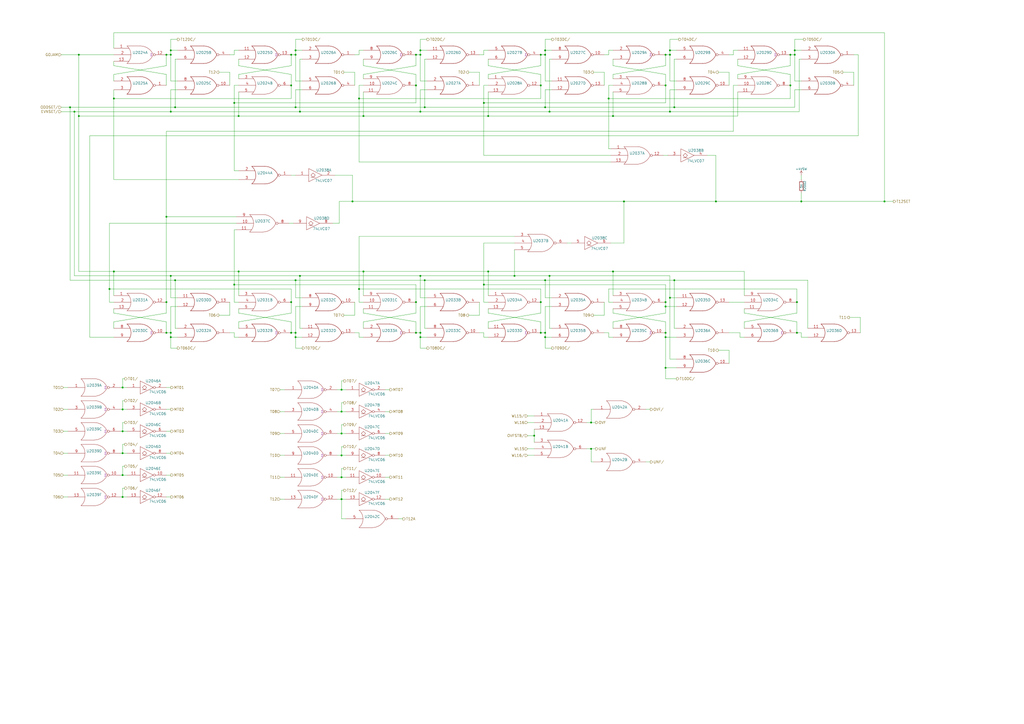
<source format=kicad_sch>
(kicad_sch (version 20211123) (generator eeschema)
  (paper "A2")
  (junction (at 386.08 31.75))
  (junction (at 96.52 31.75))
  (junction (at 386.08 175.26))
  (junction (at 171.45 31.75))
  (junction (at 71.12 250.19))
  (junction (at 353.06 57.15))
  (junction (at 96.52 125.73))
  (junction (at 462.28 175.26))
  (junction (at 386.08 177.8))
  (junction (at 313.69 193.04))
  (junction (at 316.23 195.58))
  (junction (at 45.72 67.31))
  (junction (at 386.08 193.04))
  (junction (at 513.08 116.84))
  (junction (at 198.12 251.46))
  (junction (at 280.67 165.1))
  (junction (at 313.69 175.26))
  (junction (at 45.72 31.75))
  (junction (at 99.06 195.58))
  (junction (at 243.84 160.02))
  (junction (at 168.91 49.53))
  (junction (at 316.23 31.75))
  (junction (at 71.12 262.89))
  (junction (at 243.84 29.21))
  (junction (at 318.77 160.02))
  (junction (at 241.3 193.04))
  (junction (at 71.12 288.29))
  (junction (at 71.12 237.49))
  (junction (at 361.95 116.84))
  (junction (at 66.04 157.48))
  (junction (at 210.82 67.31))
  (junction (at 464.82 116.84))
  (junction (at 391.16 162.56))
  (junction (at 388.62 31.75))
  (junction (at 168.91 31.75))
  (junction (at 316.23 29.21))
  (junction (at 173.99 64.77))
  (junction (at 280.67 59.69))
  (junction (at 313.69 49.53))
  (junction (at 283.21 67.31))
  (junction (at 71.12 224.79))
  (junction (at 355.6 157.48))
  (junction (at 171.45 195.58))
  (junction (at 241.3 49.53))
  (junction (at 342.9 260.35))
  (junction (at 309.88 252.73))
  (junction (at 138.43 67.31))
  (junction (at 246.38 62.23))
  (junction (at 198.12 238.76))
  (junction (at 388.62 64.77))
  (junction (at 99.06 64.77))
  (junction (at 173.99 160.02))
  (junction (at 168.91 193.04))
  (junction (at 71.12 275.59))
  (junction (at 462.28 193.04))
  (junction (at 210.82 157.48))
  (junction (at 208.28 57.15))
  (junction (at 198.12 226.06))
  (junction (at 461.01 29.21))
  (junction (at 246.38 162.56))
  (junction (at 386.08 213.36))
  (junction (at 316.23 62.23))
  (junction (at 386.08 49.53))
  (junction (at 171.45 162.56))
  (junction (at 342.9 245.11))
  (junction (at 283.21 157.48))
  (junction (at 355.6 67.31))
  (junction (at 135.89 59.69))
  (junction (at 415.29 116.84))
  (junction (at 63.5 167.64))
  (junction (at 208.28 167.64))
  (junction (at 96.52 175.26))
  (junction (at 241.3 175.26))
  (junction (at 458.47 49.53))
  (junction (at 168.91 175.26))
  (junction (at 243.84 195.58))
  (junction (at 298.45 160.02))
  (junction (at 101.6 162.56))
  (junction (at 171.45 193.04))
  (junction (at 40.64 62.23))
  (junction (at 101.6 62.23))
  (junction (at 99.06 29.21))
  (junction (at 138.43 157.48))
  (junction (at 171.45 29.21))
  (junction (at 458.47 31.75))
  (junction (at 386.08 195.58))
  (junction (at 43.18 64.77))
  (junction (at 313.69 31.75))
  (junction (at 243.84 193.04))
  (junction (at 99.06 31.75))
  (junction (at 99.06 160.02))
  (junction (at 99.06 193.04))
  (junction (at 461.01 31.75))
  (junction (at 391.16 62.23))
  (junction (at 316.23 162.56))
  (junction (at 198.12 276.86))
  (junction (at 171.45 62.23))
  (junction (at 388.62 29.21))
  (junction (at 243.84 31.75))
  (junction (at 66.04 57.15))
  (junction (at 204.47 116.84))
  (junction (at 96.52 193.04))
  (junction (at 135.89 165.1))
  (junction (at 241.3 31.75))
  (junction (at 243.84 64.77))
  (junction (at 198.12 264.16))
  (junction (at 318.77 64.77))
  (junction (at 316.23 193.04))
  (junction (at 388.62 172.72))
  (junction (at 198.12 289.56))
  (wire (pts (xy 361.95 140.97) (xy 361.95 116.84)))
  (wire (pts (xy 101.6 162.56) (xy 171.45 162.56)))
  (wire (pts (xy 198.12 289.56) (xy 198.12 300.99)))
  (wire (pts (xy 196.85 129.54) (xy 196.85 116.84)))
  (wire (pts (xy 246.38 190.5) (xy 247.65 190.5)))
  (wire (pts (xy 69.85 224.79) (xy 71.12 224.79)))
  (wire (pts (xy 205.74 193.04) (xy 208.28 193.04)))
  (wire (pts (xy 309.88 245.11) (xy 306.07 245.11)))
  (wire (pts (xy 374.65 237.49) (xy 377.19 237.49)))
  (wire (pts (xy 135.89 193.04) (xy 135.89 195.58)))
  (wire (pts (xy 386.08 177.8) (xy 392.43 177.8)))
  (wire (pts (xy 133.35 41.91) (xy 127 41.91)))
  (wire (pts (xy 283.21 38.1) (xy 283.21 34.29)))
  (wire (pts (xy 99.06 172.72) (xy 102.87 172.72)))
  (wire (pts (xy 283.21 67.31) (xy 283.21 53.34)))
  (wire (pts (xy 280.67 193.04) (xy 280.67 195.58)))
  (wire (pts (xy 280.67 195.58) (xy 283.21 195.58)))
  (wire (pts (xy 135.89 165.1) (xy 135.89 175.26)))
  (wire (pts (xy 388.62 22.86) (xy 388.62 29.21)))
  (wire (pts (xy 283.21 67.31) (xy 355.6 67.31)))
  (wire (pts (xy 425.45 29.21) (xy 427.99 29.21)))
  (wire (pts (xy 316.23 31.75) (xy 313.69 31.75)))
  (wire (pts (xy 168.91 43.18) (xy 138.43 38.1)))
  (wire (pts (xy 342.9 245.11) (xy 345.44 245.11)))
  (wire (pts (xy 354.33 140.97) (xy 361.95 140.97)))
  (wire (pts (xy 71.12 245.11) (xy 71.12 250.19)))
  (wire (pts (xy 243.84 64.77) (xy 173.99 64.77)))
  (wire (pts (xy 278.13 193.04) (xy 280.67 193.04)))
  (wire (pts (xy 280.67 165.1) (xy 280.67 175.26)))
  (wire (pts (xy 384.81 90.17) (xy 387.35 90.17)))
  (wire (pts (xy 246.38 62.23) (xy 171.45 62.23)))
  (wire (pts (xy 168.91 38.1) (xy 138.43 43.18)))
  (wire (pts (xy 313.69 43.18) (xy 313.69 49.53)))
  (wire (pts (xy 388.62 160.02) (xy 388.62 172.72)))
  (wire (pts (xy 391.16 190.5) (xy 392.43 190.5)))
  (wire (pts (xy 36.83 250.19) (xy 39.37 250.19)))
  (wire (pts (xy 210.82 181.61) (xy 210.82 179.07)))
  (wire (pts (xy 198.12 226.06) (xy 200.66 226.06)))
  (wire (pts (xy 66.04 181.61) (xy 66.04 179.07)))
  (wire (pts (xy 138.43 186.69) (xy 138.43 190.5)))
  (wire (pts (xy 241.3 175.26) (xy 241.3 181.61)))
  (wire (pts (xy 36.83 237.49) (xy 39.37 237.49)))
  (wire (pts (xy 96.52 125.73) (xy 96.52 175.26)))
  (wire (pts (xy 427.99 67.31) (xy 427.99 53.34)))
  (wire (pts (xy 350.52 31.75) (xy 353.06 31.75)))
  (wire (pts (xy 99.06 31.75) (xy 99.06 46.99)))
  (wire (pts (xy 283.21 157.48) (xy 355.6 157.48)))
  (wire (pts (xy 71.12 275.59) (xy 73.66 275.59)))
  (wire (pts (xy 133.35 31.75) (xy 135.89 31.75)))
  (wire (pts (xy 342.9 260.35) (xy 345.44 260.35)))
  (wire (pts (xy 461.01 22.86) (xy 461.01 29.21)))
  (wire (pts (xy 63.5 167.64) (xy 168.91 167.64)))
  (wire (pts (xy 223.52 264.16) (xy 226.06 264.16)))
  (wire (pts (xy 101.6 190.5) (xy 101.6 162.56)))
  (wire (pts (xy 138.43 43.18) (xy 138.43 45.72)))
  (wire (pts (xy 96.52 186.69) (xy 66.04 181.61)))
  (wire (pts (xy 171.45 195.58) (xy 175.26 195.58)))
  (wire (pts (xy 168.91 181.61) (xy 138.43 186.69)))
  (wire (pts (xy 72.39 219.71) (xy 71.12 219.71)))
  (wire (pts (xy 99.06 29.21) (xy 99.06 31.75)))
  (wire (pts (xy 208.28 195.58) (xy 210.82 195.58)))
  (wire (pts (xy 99.06 29.21) (xy 102.87 29.21)))
  (wire (pts (xy 499.11 184.15) (xy 492.76 184.15)))
  (wire (pts (xy 96.52 237.49) (xy 99.06 237.49)))
  (wire (pts (xy 66.04 57.15) (xy 66.04 104.14)))
  (wire (pts (xy 195.58 264.16) (xy 198.12 264.16)))
  (wire (pts (xy 195.58 289.56) (xy 198.12 289.56)))
  (wire (pts (xy 241.3 31.75) (xy 241.3 38.1)))
  (wire (pts (xy 280.67 90.17) (xy 354.33 90.17)))
  (wire (pts (xy 355.6 157.48) (xy 355.6 171.45)))
  (wire (pts (xy 52.07 78.74) (xy 52.07 195.58)))
  (wire (pts (xy 138.43 53.34) (xy 138.43 67.31)))
  (wire (pts (xy 497.84 78.74) (xy 52.07 78.74)))
  (wire (pts (xy 280.67 175.26) (xy 283.21 175.26)))
  (wire (pts (xy 223.52 226.06) (xy 226.06 226.06)))
  (wire (pts (xy 458.47 57.15) (xy 353.06 57.15)))
  (wire (pts (xy 137.16 133.35) (xy 135.89 133.35)))
  (wire (pts (xy 316.23 195.58) (xy 316.23 201.93)))
  (wire (pts (xy 36.83 224.79) (xy 39.37 224.79)))
  (wire (pts (xy 386.08 31.75) (xy 386.08 38.1)))
  (wire (pts (xy 171.45 52.07) (xy 171.45 62.23)))
  (wire (pts (xy 458.47 31.75) (xy 458.47 38.1)))
  (wire (pts (xy 210.82 157.48) (xy 283.21 157.48)))
  (wire (pts (xy 313.69 193.04) (xy 313.69 186.69)))
  (wire (pts (xy 72.39 232.41) (xy 71.12 232.41)))
  (wire (pts (xy 223.52 276.86) (xy 226.06 276.86)))
  (wire (pts (xy 162.56 289.56) (xy 165.1 289.56)))
  (wire (pts (xy 96.52 275.59) (xy 99.06 275.59)))
  (wire (pts (xy 196.85 116.84) (xy 204.47 116.84)))
  (wire (pts (xy 162.56 226.06) (xy 165.1 226.06)))
  (wire (pts (xy 422.91 41.91) (xy 416.56 41.91)))
  (wire (pts (xy 173.99 190.5) (xy 173.99 160.02)))
  (wire (pts (xy 320.04 34.29) (xy 318.77 34.29)))
  (wire (pts (xy 210.82 186.69) (xy 210.82 190.5)))
  (wire (pts (xy 195.58 276.86) (xy 198.12 276.86)))
  (wire (pts (xy 96.52 250.19) (xy 99.06 250.19)))
  (wire (pts (xy 513.08 116.84) (xy 518.16 116.84)))
  (wire (pts (xy 71.12 232.41) (xy 71.12 237.49)))
  (wire (pts (xy 316.23 172.72) (xy 316.23 162.56)))
  (wire (pts (xy 355.6 181.61) (xy 355.6 179.07)))
  (wire (pts (xy 458.47 43.18) (xy 427.99 38.1)))
  (wire (pts (xy 283.21 171.45) (xy 283.21 157.48)))
  (wire (pts (xy 463.55 34.29) (xy 463.55 64.77)))
  (wire (pts (xy 241.3 43.18) (xy 210.82 38.1)))
  (wire (pts (xy 247.65 34.29) (xy 246.38 34.29)))
  (wire (pts (xy 431.8 186.69) (xy 431.8 190.5)))
  (wire (pts (xy 208.28 193.04) (xy 208.28 195.58)))
  (wire (pts (xy 386.08 219.71) (xy 392.43 219.71)))
  (wire (pts (xy 313.69 181.61) (xy 283.21 186.69)))
  (wire (pts (xy 340.36 260.35) (xy 342.9 260.35)))
  (wire (pts (xy 96.52 76.2) (xy 96.52 125.73)))
  (wire (pts (xy 313.69 57.15) (xy 208.28 57.15)))
  (wire (pts (xy 386.08 213.36) (xy 386.08 219.71)))
  (wire (pts (xy 198.12 284.48) (xy 198.12 289.56)))
  (wire (pts (xy 464.82 104.14) (xy 464.82 101.6)))
  (wire (pts (xy 210.82 67.31) (xy 210.82 53.34)))
  (wire (pts (xy 210.82 43.18) (xy 210.82 45.72)))
  (wire (pts (xy 102.87 52.07) (xy 99.06 52.07)))
  (wire (pts (xy 71.12 283.21) (xy 71.12 288.29)))
  (wire (pts (xy 223.52 238.76) (xy 226.06 238.76)))
  (wire (pts (xy 388.62 29.21) (xy 392.43 29.21)))
  (wire (pts (xy 99.06 52.07) (xy 99.06 64.77)))
  (wire (pts (xy 316.23 22.86) (xy 316.23 29.21)))
  (wire (pts (xy 241.3 59.69) (xy 135.89 59.69)))
  (wire (pts (xy 388.62 31.75) (xy 388.62 46.99)))
  (wire (pts (xy 171.45 29.21) (xy 175.26 29.21)))
  (wire (pts (xy 99.06 46.99) (xy 102.87 46.99)))
  (wire (pts (xy 342.9 267.97) (xy 342.9 260.35)))
  (wire (pts (xy 66.04 19.05) (xy 66.04 27.94)))
  (wire (pts (xy 458.47 38.1) (xy 427.99 43.18)))
  (wire (pts (xy 415.29 90.17) (xy 410.21 90.17)))
  (wire (pts (xy 355.6 67.31) (xy 355.6 53.34)))
  (wire (pts (xy 71.12 262.89) (xy 73.66 262.89)))
  (wire (pts (xy 422.91 31.75) (xy 425.45 31.75)))
  (wire (pts (xy 66.04 43.18) (xy 66.04 46.99)))
  (wire (pts (xy 69.85 237.49) (xy 71.12 237.49)))
  (wire (pts (xy 69.85 262.89) (xy 71.12 262.89)))
  (wire (pts (xy 210.82 49.53) (xy 208.28 49.53)))
  (wire (pts (xy 243.84 195.58) (xy 243.84 201.93)))
  (wire (pts (xy 462.28 181.61) (xy 431.8 186.69)))
  (wire (pts (xy 208.28 49.53) (xy 208.28 57.15)))
  (wire (pts (xy 96.52 193.04) (xy 99.06 193.04)))
  (wire (pts (xy 223.52 289.56) (xy 226.06 289.56)))
  (wire (pts (xy 429.26 195.58) (xy 431.8 195.58)))
  (wire (pts (xy 208.28 31.75) (xy 208.28 29.21)))
  (wire (pts (xy 431.8 157.48) (xy 431.8 171.45)))
  (wire (pts (xy 171.45 162.56) (xy 246.38 162.56)))
  (wire (pts (xy 427.99 43.18) (xy 427.99 45.72)))
  (wire (pts (xy 353.06 31.75) (xy 353.06 29.21)))
  (wire (pts (xy 461.01 52.07) (xy 461.01 62.23)))
  (wire (pts (xy 45.72 67.31) (xy 138.43 67.31)))
  (wire (pts (xy 99.06 195.58) (xy 102.87 195.58)))
  (wire (pts (xy 45.72 157.48) (xy 66.04 157.48)))
  (wire (pts (xy 63.5 129.54) (xy 137.16 129.54)))
  (wire (pts (xy 135.89 165.1) (xy 241.3 165.1)))
  (wire (pts (xy 241.3 186.69) (xy 210.82 181.61)))
  (wire (pts (xy 135.89 49.53) (xy 135.89 59.69)))
  (wire (pts (xy 171.45 46.99) (xy 175.26 46.99)))
  (wire (pts (xy 205.74 49.53) (xy 205.74 41.91)))
  (wire (pts (xy 386.08 181.61) (xy 355.6 186.69)))
  (wire (pts (xy 171.45 177.8) (xy 171.45 193.04)))
  (wire (pts (xy 231.14 300.99) (xy 233.68 300.99)))
  (wire (pts (xy 40.64 162.56) (xy 40.64 62.23)))
  (wire (pts (xy 162.56 264.16) (xy 165.1 264.16)))
  (wire (pts (xy 355.6 175.26) (xy 353.06 175.26)))
  (wire (pts (xy 464.82 52.07) (xy 461.01 52.07)))
  (wire (pts (xy 96.52 43.18) (xy 66.04 38.1)))
  (wire (pts (xy 171.45 31.75) (xy 168.91 31.75)))
  (wire (pts (xy 309.88 252.73) (xy 306.07 252.73)))
  (wire (pts (xy 199.39 220.98) (xy 198.12 220.98)))
  (wire (pts (xy 298.45 137.16) (xy 208.28 137.16)))
  (wire (pts (xy 458.47 49.53) (xy 458.47 57.15)))
  (wire (pts (xy 171.45 172.72) (xy 175.26 172.72)))
  (wire (pts (xy 316.23 193.04) (xy 316.23 195.58)))
  (wire (pts (xy 463.55 64.77) (xy 388.62 64.77)))
  (wire (pts (xy 386.08 193.04) (xy 386.08 195.58)))
  (wire (pts (xy 208.28 137.16) (xy 208.28 167.64)))
  (wire (pts (xy 353.06 175.26) (xy 353.06 167.64)))
  (wire (pts (xy 388.62 31.75) (xy 386.08 31.75)))
  (wire (pts (xy 388.62 172.72) (xy 388.62 208.28)))
  (wire (pts (xy 96.52 224.79) (xy 99.06 224.79)))
  (wire (pts (xy 342.9 237.49) (xy 342.9 245.11)))
  (wire (pts (xy 138.43 157.48) (xy 210.82 157.48)))
  (wire (pts (xy 99.06 160.02) (xy 173.99 160.02)))
  (wire (pts (xy 198.12 264.16) (xy 200.66 264.16)))
  (wire (pts (xy 328.93 140.97) (xy 331.47 140.97)))
  (wire (pts (xy 204.47 101.6) (xy 204.47 116.84)))
  (wire (pts (xy 425.45 31.75) (xy 425.45 29.21)))
  (wire (pts (xy 71.12 270.51) (xy 71.12 275.59)))
  (wire (pts (xy 199.39 233.68) (xy 198.12 233.68)))
  (wire (pts (xy 355.6 157.48) (xy 431.8 157.48)))
  (wire (pts (xy 168.91 193.04) (xy 168.91 186.69)))
  (wire (pts (xy 133.35 182.88) (xy 127 182.88)))
  (wire (pts (xy 316.23 29.21) (xy 320.04 29.21)))
  (wire (pts (xy 36.83 288.29) (xy 39.37 288.29)))
  (wire (pts (xy 280.67 29.21) (xy 283.21 29.21)))
  (wire (pts (xy 198.12 271.78) (xy 198.12 276.86)))
  (wire (pts (xy 135.89 195.58) (xy 138.43 195.58)))
  (wire (pts (xy 168.91 186.69) (xy 138.43 181.61)))
  (wire (pts (xy 280.67 165.1) (xy 386.08 165.1)))
  (wire (pts (xy 497.84 31.75) (xy 497.84 78.74)))
  (wire (pts (xy 316.23 52.07) (xy 316.23 62.23)))
  (wire (pts (xy 241.3 43.18) (xy 241.3 49.53)))
  (wire (pts (xy 280.67 59.69) (xy 280.67 90.17)))
  (wire (pts (xy 162.56 276.86) (xy 165.1 276.86)))
  (wire (pts (xy 388.62 52.07) (xy 388.62 64.77)))
  (wire (pts (xy 173.99 34.29) (xy 173.99 64.77)))
  (wire (pts (xy 63.5 167.64) (xy 63.5 175.26)))
  (wire (pts (xy 43.18 64.77) (xy 35.56 64.77)))
  (wire (pts (xy 386.08 213.36) (xy 392.43 213.36)))
  (wire (pts (xy 513.08 19.05) (xy 66.04 19.05)))
  (wire (pts (xy 96.52 262.89) (xy 99.06 262.89)))
  (wire (pts (xy 99.06 172.72) (xy 99.06 160.02)))
  (wire (pts (xy 461.01 46.99) (xy 464.82 46.99)))
  (wire (pts (xy 243.84 31.75) (xy 241.3 31.75)))
  (wire (pts (xy 71.12 250.19) (xy 73.66 250.19)))
  (wire (pts (xy 171.45 22.86) (xy 171.45 29.21)))
  (wire (pts (xy 99.06 31.75) (xy 96.52 31.75)))
  (wire (pts (xy 309.88 248.92) (xy 309.88 252.73)))
  (wire (pts (xy 386.08 186.69) (xy 355.6 181.61)))
  (wire (pts (xy 171.45 62.23) (xy 101.6 62.23)))
  (wire (pts (xy 133.35 193.04) (xy 135.89 193.04)))
  (wire (pts (xy 171.45 195.58) (xy 171.45 201.93)))
  (wire (pts (xy 198.12 289.56) (xy 200.66 289.56)))
  (wire (pts (xy 101.6 190.5) (xy 102.87 190.5)))
  (wire (pts (xy 355.6 186.69) (xy 355.6 190.5)))
  (wire (pts (xy 386.08 195.58) (xy 386.08 213.36)))
  (wire (pts (xy 99.06 22.86) (xy 99.06 29.21)))
  (wire (pts (xy 464.82 193.04) (xy 464.82 195.58)))
  (wire (pts (xy 205.74 41.91) (xy 199.39 41.91)))
  (wire (pts (xy 280.67 49.53) (xy 280.67 59.69)))
  (wire (pts (xy 99.06 195.58) (xy 99.06 201.93)))
  (wire (pts (xy 137.16 125.73) (xy 96.52 125.73)))
  (wire (pts (xy 43.18 160.02) (xy 99.06 160.02)))
  (wire (pts (xy 205.74 31.75) (xy 208.28 31.75)))
  (wire (pts (xy 167.64 129.54) (xy 170.18 129.54)))
  (wire (pts (xy 320.04 22.86) (xy 316.23 22.86)))
  (wire (pts (xy 69.85 275.59) (xy 71.12 275.59)))
  (wire (pts (xy 306.07 241.3) (xy 309.88 241.3)))
  (wire (pts (xy 205.74 182.88) (xy 199.39 182.88)))
  (wire (pts (xy 168.91 49.53) (xy 168.91 57.15)))
  (wire (pts (xy 316.23 29.21) (xy 316.23 31.75)))
  (wire (pts (xy 309.88 252.73) (xy 309.88 256.54)))
  (wire (pts (xy 243.84 177.8) (xy 247.65 177.8)))
  (wire (pts (xy 280.67 140.97) (xy 280.67 165.1)))
  (wire (pts (xy 313.69 49.53) (xy 313.69 57.15)))
  (wire (pts (xy 96.52 31.75) (xy 96.52 38.1)))
  (wire (pts (xy 66.04 38.1) (xy 66.04 35.56)))
  (wire (pts (xy 425.45 76.2) (xy 96.52 76.2)))
  (wire (pts (xy 306.07 264.16) (xy 309.88 264.16)))
  (wire (pts (xy 72.39 270.51) (xy 71.12 270.51)))
  (wire (pts (xy 425.45 49.53) (xy 425.45 76.2)))
  (wire (pts (xy 138.43 67.31) (xy 210.82 67.31)))
  (wire (pts (xy 318.77 190.5) (xy 320.04 190.5)))
  (wire (pts (xy 247.65 52.07) (xy 243.84 52.07)))
  (wire (pts (xy 241.3 193.04) (xy 243.84 193.04)))
  (wire (pts (xy 340.36 245.11) (xy 342.9 245.11)))
  (wire (pts (xy 168.91 175.26) (xy 168.91 181.61)))
  (wire (pts (xy 316.23 201.93) (xy 320.04 201.93)))
  (wire (pts (xy 313.69 43.18) (xy 283.21 38.1)))
  (wire (pts (xy 101.6 34.29) (xy 101.6 62.23)))
  (wire (pts (xy 45.72 31.75) (xy 66.04 31.75)))
  (wire (pts (xy 99.06 177.8) (xy 99.06 193.04)))
  (wire (pts (xy 135.89 99.06) (xy 138.43 99.06)))
  (wire (pts (xy 243.84 201.93) (xy 247.65 201.93)))
  (wire (pts (xy 355.6 38.1) (xy 355.6 34.29)))
  (wire (pts (xy 393.7 22.86) (xy 388.62 22.86)))
  (wire (pts (xy 246.38 162.56) (xy 316.23 162.56)))
  (wire (pts (xy 392.43 52.07) (xy 388.62 52.07)))
  (wire (pts (xy 199.39 246.38) (xy 198.12 246.38)))
  (wire (pts (xy 71.12 224.79) (xy 73.66 224.79)))
  (wire (pts (xy 386.08 59.69) (xy 280.67 59.69)))
  (wire (pts (xy 313.69 167.64) (xy 313.69 175.26)))
  (wire (pts (xy 243.84 177.8) (xy 243.84 193.04)))
  (wire (pts (xy 422.91 49.53) (xy 422.91 41.91)))
  (wire (pts (xy 386.08 175.26) (xy 386.08 177.8)))
  (wire (pts (xy 171.45 172.72) (xy 171.45 162.56)))
  (wire (pts (xy 318.77 190.5) (xy 318.77 160.02)))
  (wire (pts (xy 355.6 49.53) (xy 353.06 49.53)))
  (wire (pts (xy 99.06 177.8) (xy 102.87 177.8)))
  (wire (pts (xy 427.99 38.1) (xy 427.99 34.29)))
  (wire (pts (xy 162.56 238.76) (xy 165.1 238.76)))
  (wire (pts (xy 243.84 46.99) (xy 247.65 46.99)))
  (wire (pts (xy 499.11 193.04) (xy 499.11 184.15)))
  (wire (pts (xy 66.04 171.45) (xy 66.04 157.48)))
  (wire (pts (xy 386.08 43.18) (xy 355.6 38.1)))
  (wire (pts (xy 171.45 29.21) (xy 171.45 31.75)))
  (wire (pts (xy 353.06 29.21) (xy 355.6 29.21)))
  (wire (pts (xy 168.91 57.15) (xy 66.04 57.15)))
  (wire (pts (xy 243.84 29.21) (xy 243.84 31.75)))
  (wire (pts (xy 101.6 62.23) (xy 40.64 62.23)))
  (wire (pts (xy 355.6 67.31) (xy 427.99 67.31)))
  (wire (pts (xy 391.16 162.56) (xy 468.63 162.56)))
  (wire (pts (xy 247.65 22.86) (xy 243.84 22.86)))
  (wire (pts (xy 195.58 226.06) (xy 198.12 226.06)))
  (wire (pts (xy 36.83 275.59) (xy 39.37 275.59)))
  (wire (pts (xy 306.07 260.35) (xy 309.88 260.35)))
  (wire (pts (xy 316.23 162.56) (xy 391.16 162.56)))
  (wire (pts (xy 204.47 116.84) (xy 361.95 116.84)))
  (wire (pts (xy 45.72 67.31) (xy 45.72 157.48)))
  (wire (pts (xy 241.3 165.1) (xy 241.3 175.26)))
  (wire (pts (xy 102.87 22.86) (xy 99.06 22.86)))
  (wire (pts (xy 135.89 175.26) (xy 138.43 175.26)))
  (wire (pts (xy 241.3 49.53) (xy 241.3 59.69)))
  (wire (pts (xy 462.28 167.64) (xy 462.28 175.26)))
  (wire (pts (xy 386.08 38.1) (xy 355.6 43.18)))
  (wire (pts (xy 298.45 140.97) (xy 280.67 140.97)))
  (wire (pts (xy 458.47 43.18) (xy 458.47 49.53)))
  (wire (pts (xy 198.12 233.68) (xy 198.12 238.76)))
  (wire (pts (xy 168.91 193.04) (xy 171.45 193.04)))
  (wire (pts (xy 361.95 116.84) (xy 415.29 116.84)))
  (wire (pts (xy 40.64 62.23) (xy 35.56 62.23)))
  (wire (pts (xy 464.82 116.84) (xy 513.08 116.84)))
  (wire (pts (xy 175.26 52.07) (xy 171.45 52.07)))
  (wire (pts (xy 391.16 34.29) (xy 391.16 62.23)))
  (wire (pts (xy 283.21 181.61) (xy 283.21 179.07)))
  (wire (pts (xy 208.28 167.64) (xy 208.28 175.26)))
  (wire (pts (xy 353.06 195.58) (xy 355.6 195.58)))
  (wire (pts (xy 466.09 22.86) (xy 461.01 22.86)))
  (wire (pts (xy 198.12 300.99) (xy 200.66 300.99)))
  (wire (pts (xy 35.56 31.75) (xy 45.72 31.75)))
  (wire (pts (xy 386.08 49.53) (xy 386.08 59.69)))
  (wire (pts (xy 313.69 175.26) (xy 313.69 181.61)))
  (wire (pts (xy 243.84 160.02) (xy 298.45 160.02)))
  (wire (pts (xy 318.77 34.29) (xy 318.77 64.77)))
  (wire (pts (xy 461.01 29.21) (xy 464.82 29.21)))
  (wire (pts (xy 283.21 186.69) (xy 283.21 190.5)))
  (wire (pts (xy 198.12 246.38) (xy 198.12 251.46)))
  (wire (pts (xy 198.12 259.08) (xy 198.12 264.16)))
  (wire (pts (xy 66.04 157.48) (xy 138.43 157.48)))
  (wire (pts (xy 171.45 201.93) (xy 175.26 201.93)))
  (wire (pts (xy 388.62 172.72) (xy 392.43 172.72)))
  (wire (pts (xy 199.39 271.78) (xy 198.12 271.78)))
  (wire (pts (xy 422.91 193.04) (xy 429.26 193.04)))
  (wire (pts (xy 173.99 160.02) (xy 243.84 160.02)))
  (wire (pts (xy 135.89 59.69) (xy 135.89 99.06)))
  (wire (pts (xy 350.52 175.26) (xy 350.52 182.88)))
  (wire (pts (xy 464.82 34.29) (xy 463.55 34.29)))
  (wire (pts (xy 208.28 29.21) (xy 210.82 29.21)))
  (wire (pts (xy 243.84 195.58) (xy 247.65 195.58)))
  (wire (pts (xy 243.84 22.86) (xy 243.84 29.21)))
  (wire (pts (xy 243.84 172.72) (xy 243.84 160.02)))
  (wire (pts (xy 464.82 195.58) (xy 468.63 195.58)))
  (wire (pts (xy 96.52 288.29) (xy 99.06 288.29)))
  (wire (pts (xy 173.99 190.5) (xy 175.26 190.5)))
  (wire (pts (xy 241.3 38.1) (xy 210.82 43.18)))
  (wire (pts (xy 316.23 62.23) (xy 246.38 62.23)))
  (wire (pts (xy 316.23 195.58) (xy 320.04 195.58)))
  (wire (pts (xy 320.04 52.07) (xy 316.23 52.07)))
  (wire (pts (xy 283.21 49.53) (xy 280.67 49.53)))
  (wire (pts (xy 99.06 201.93) (xy 102.87 201.93)))
  (wire (pts (xy 243.84 29.21) (xy 247.65 29.21)))
  (wire (pts (xy 199.39 259.08) (xy 198.12 259.08)))
  (wire (pts (xy 298.45 160.02) (xy 298.45 144.78)))
  (wire (pts (xy 388.62 29.21) (xy 388.62 31.75)))
  (wire (pts (xy 208.28 93.98) (xy 354.33 93.98)))
  (wire (pts (xy 71.12 288.29) (xy 73.66 288.29)))
  (wire (pts (xy 298.45 160.02) (xy 318.77 160.02)))
  (wire (pts (xy 133.35 49.53) (xy 133.35 41.91)))
  (wire (pts (xy 278.13 182.88) (xy 271.78 182.88)))
  (wire (pts (xy 386.08 43.18) (xy 386.08 49.53)))
  (wire (pts (xy 171.45 31.75) (xy 171.45 46.99)))
  (wire (pts (xy 353.06 167.64) (xy 462.28 167.64)))
  (wire (pts (xy 416.56 203.2) (xy 422.91 203.2)))
  (wire (pts (xy 316.23 172.72) (xy 320.04 172.72)))
  (wire (pts (xy 280.67 31.75) (xy 280.67 29.21)))
  (wire (pts (xy 198.12 276.86) (xy 200.66 276.86)))
  (wire (pts (xy 102.87 34.29) (xy 101.6 34.29)))
  (wire (pts (xy 386.08 165.1) (xy 386.08 175.26)))
  (wire (pts (xy 96.52 38.1) (xy 66.04 43.18)))
  (wire (pts (xy 415.29 116.84) (xy 464.82 116.84)))
  (wire (pts (xy 210.82 171.45) (xy 210.82 157.48)))
  (wire (pts (xy 175.26 34.29) (xy 173.99 34.29)))
  (wire (pts (xy 196.85 129.54) (xy 193.04 129.54)))
  (wire (pts (xy 199.39 284.48) (xy 198.12 284.48)))
  (wire (pts (xy 243.84 172.72) (xy 247.65 172.72)))
  (wire (pts (xy 350.52 182.88) (xy 344.17 182.88)))
  (wire (pts (xy 175.26 22.86) (xy 171.45 22.86)))
  (wire (pts (xy 208.28 175.26) (xy 210.82 175.26)))
  (wire (pts (xy 171.45 193.04) (xy 171.45 195.58)))
  (wire (pts (xy 241.3 181.61) (xy 210.82 186.69)))
  (wire (pts (xy 313.69 186.69) (xy 283.21 181.61)))
  (wire (pts (xy 350.52 41.91) (xy 344.17 41.91)))
  (wire (pts (xy 316.23 31.75) (xy 316.23 46.99)))
  (wire (pts (xy 350.52 49.53) (xy 350.52 41.91)))
  (wire (pts (xy 462.28 193.04) (xy 462.28 186.69)))
  (wire (pts (xy 246.38 34.29) (xy 246.38 62.23)))
  (wire (pts (xy 391.16 62.23) (xy 316.23 62.23)))
  (wire (pts (xy 72.39 257.81) (xy 71.12 257.81)))
  (wire (pts (xy 316.23 177.8) (xy 316.23 193.04)))
  (wire (pts (xy 168.91 167.64) (xy 168.91 175.26)))
  (wire (pts (xy 210.82 67.31) (xy 283.21 67.31)))
  (wire (pts (xy 392.43 34.29) (xy 391.16 34.29)))
  (wire (pts (xy 168.91 43.18) (xy 168.91 49.53)))
  (wire (pts (xy 462.28 175.26) (xy 462.28 181.61)))
  (wire (pts (xy 72.39 245.11) (xy 71.12 245.11)))
  (wire (pts (xy 316.23 177.8) (xy 320.04 177.8)))
  (wire (pts (xy 99.06 193.04) (xy 99.06 195.58)))
  (wire (pts (xy 278.13 175.26) (xy 278.13 182.88)))
  (wire (pts (xy 66.04 104.14) (xy 138.43 104.14)))
  (wire (pts (xy 63.5 129.54) (xy 63.5 167.64)))
  (wire (pts (xy 96.52 175.26) (xy 96.52 181.61)))
  (wire (pts (xy 205.74 175.26) (xy 205.74 182.88)))
  (wire (pts (xy 313.69 31.75) (xy 313.69 38.1)))
  (wire (pts (xy 427.99 49.53) (xy 425.45 49.53)))
  (wire (pts (xy 194.31 101.6) (xy 204.47 101.6)))
  (wire (pts (xy 36.83 262.89) (xy 39.37 262.89)))
  (wire (pts (xy 162.56 251.46) (xy 165.1 251.46)))
  (wire (pts (xy 391.16 162.56) (xy 391.16 190.5)))
  (wire (pts (xy 96.52 49.53) (xy 96.52 43.18)))
  (wire (pts (xy 495.3 49.53) (xy 495.3 41.91)))
  (wire (pts (xy 173.99 64.77) (xy 99.06 64.77)))
  (wire (pts (xy 386.08 177.8) (xy 386.08 181.61)))
  (wire (pts (xy 40.64 162.56) (xy 101.6 162.56)))
  (wire (pts (xy 168.91 101.6) (xy 171.45 101.6)))
  (wire (pts (xy 198.12 220.98) (xy 198.12 226.06)))
  (wire (pts (xy 461.01 29.21) (xy 461.01 31.75)))
  (wire (pts (xy 353.06 49.53) (xy 353.06 57.15)))
  (wire (pts (xy 243.84 31.75) (xy 243.84 46.99)))
  (wire (pts (xy 462.28 193.04) (xy 464.82 193.04)))
  (wire (pts (xy 69.85 250.19) (xy 71.12 250.19)))
  (wire (pts (xy 495.3 41.91) (xy 488.95 41.91)))
  (wire (pts (xy 278.13 41.91) (xy 271.78 41.91)))
  (wire (pts (xy 66.04 186.69) (xy 66.04 190.5)))
  (wire (pts (xy 171.45 177.8) (xy 175.26 177.8)))
  (wire (pts (xy 468.63 162.56) (xy 468.63 190.5)))
  (wire (pts (xy 223.52 251.46) (xy 226.06 251.46)))
  (wire (pts (xy 429.26 193.04) (xy 429.26 195.58)))
  (wire (pts (xy 43.18 64.77) (xy 43.18 160.02)))
  (wire (pts (xy 241.3 193.04) (xy 241.3 186.69)))
  (wire (pts (xy 495.3 31.75) (xy 497.84 31.75)))
  (wire (pts (xy 138.43 38.1) (xy 138.43 34.29)))
  (wire (pts (xy 243.84 52.07) (xy 243.84 64.77)))
  (wire (pts (xy 415.29 116.84) (xy 415.29 90.17)))
  (wire (pts (xy 386.08 186.69) (xy 386.08 193.04)))
  (wire (pts (xy 283.21 43.18) (xy 283.21 45.72)))
  (wire (pts (xy 464.82 111.76) (xy 464.82 116.84)))
  (wire (pts (xy 208.28 167.64) (xy 313.69 167.64)))
  (wire (pts (xy 96.52 181.61) (xy 66.04 186.69)))
  (wire (pts (xy 374.65 267.97) (xy 377.19 267.97)))
  (wire (pts (xy 210.82 38.1) (xy 210.82 34.29)))
  (wire (pts (xy 99.06 64.77) (xy 43.18 64.77)))
  (wire (pts (xy 316.23 46.99) (xy 320.04 46.99)))
  (wire (pts (xy 138.43 49.53) (xy 135.89 49.53)))
  (wire (pts (xy 422.91 203.2) (xy 422.91 210.82)))
  (wire (pts (xy 388.62 208.28) (xy 392.43 208.28)))
  (wire (pts (xy 431.8 181.61) (xy 431.8 179.07)))
  (wire (pts (xy 243.84 193.04) (xy 243.84 195.58)))
  (wire (pts (xy 386.08 195.58) (xy 392.43 195.58)))
  (wire (pts (xy 135.89 31.75) (xy 135.89 29.21)))
  (wire (pts (xy 52.07 195.58) (xy 66.04 195.58)))
  (wire (pts (xy 71.12 219.71) (xy 71.12 224.79)))
  (wire (pts (xy 71.12 257.81) (xy 71.12 262.89)))
  (wire (pts (xy 246.38 162.56) (xy 246.38 190.5)))
  (wire (pts (xy 342.9 267.97) (xy 344.17 267.97)))
  (wire (pts (xy 133.35 175.26) (xy 133.35 182.88)))
  (wire (pts (xy 278.13 49.53) (xy 278.13 41.91)))
  (wire (pts (xy 353.06 86.36) (xy 354.33 86.36)))
  (wire (pts (xy 318.77 160.02) (xy 388.62 160.02)))
  (wire (pts (xy 195.58 251.46) (xy 198.12 251.46)))
  (wire (pts (xy 461.01 31.75) (xy 461.01 46.99)))
  (wire (pts (xy 198.12 251.46) (xy 200.66 251.46)))
  (wire (pts (xy 313.69 193.04) (xy 316.23 193.04)))
  (wire (pts (xy 135.89 133.35) (xy 135.89 165.1)))
  (wire (pts (xy 513.08 116.84) (xy 513.08 19.05)))
  (wire (pts (xy 168.91 31.75) (xy 168.91 38.1)))
  (wire (pts (xy 71.12 237.49) (xy 73.66 237.49)))
  (wire (pts (xy 208.28 57.15) (xy 208.28 93.98)))
  (wire (pts (xy 63.5 175.26) (xy 66.04 175.26)))
  (wire (pts (xy 45.72 31.75) (xy 45.72 67.31)))
  (wire (pts (xy 461.01 62.23) (xy 391.16 62.23)))
  (wire (pts (xy 318.77 64.77) (xy 243.84 64.77)))
  (wire (pts (xy 278.13 31.75) (xy 280.67 31.75)))
  (wire (pts (xy 69.85 288.29) (xy 71.12 288.29)))
  (wire (pts (xy 138.43 181.61) (xy 138.43 179.07)))
  (wire (pts (xy 353.06 57.15) (xy 353.06 86.36)))
  (wire (pts (xy 138.43 171.45) (xy 138.43 157.48)))
  (wire (pts (xy 342.9 237.49) (xy 344.17 237.49)))
  (wire (pts (xy 388.62 46.99) (xy 392.43 46.99)))
  (wire (pts (xy 462.28 186.69) (xy 431.8 181.61)))
  (wire (pts (xy 350.52 193.04) (xy 353.06 193.04)))
  (wire (pts (xy 195.58 238.76) (xy 198.12 238.76)))
  (wire (pts (xy 355.6 43.18) (xy 355.6 45.72)))
  (wire (pts (xy 313.69 38.1) (xy 283.21 43.18)))
  (wire (pts (xy 353.06 193.04) (xy 353.06 195.58)))
  (wire (pts (xy 388.62 64.77) (xy 318.77 64.77)))
  (wire (pts (xy 135.89 29.21) (xy 138.43 29.21)))
  (wire (pts (xy 198.12 238.76) (xy 200.66 238.76)))
  (wire (pts (xy 72.39 283.21) (xy 71.12 283.21)))
  (wire (pts (xy 96.52 193.04) (xy 96.52 186.69)))
  (wire (pts (xy 461.01 31.75) (xy 458.47 31.75)))
  (wire (pts (xy 66.04 52.07) (xy 66.04 57.15)))
  (wire (pts (xy 431.8 175.26) (xy 422.91 175.26)))
  (hierarchical_label "OVF/" (shape output) (at 377.19 237.49 0) (effects (font (size 1.524 1.524))))
  (hierarchical_label "T01DC/" (shape output) (at 175.26 22.86 0) (effects (font (size 1.524 1.524))))
  (hierarchical_label "T02/" (shape output) (at 72.39 232.41 0) (effects (font (size 1.524 1.524))))
  (hierarchical_label "T09" (shape input) (at 162.56 251.46 180) (effects (font (size 1.524 1.524))))
  (hierarchical_label "T04" (shape output) (at 416.56 41.91 180) (effects (font (size 1.524 1.524))))
  (hierarchical_label "T03DC/" (shape output) (at 320.04 22.86 0) (effects (font (size 1.524 1.524))))
  (hierarchical_label "T09/" (shape output) (at 199.39 246.38 0) (effects (font (size 1.524 1.524))))
  (hierarchical_label "T11" (shape input) (at 162.56 276.86 180) (effects (font (size 1.524 1.524))))
  (hierarchical_label "ODDSET/" (shape input) (at 35.56 62.23 180) (effects (font (size 1.524 1.524))))
  (hierarchical_label "MT07" (shape output) (at 226.06 226.06 0) (effects (font (size 1.524 1.524))))
  (hierarchical_label "T03/" (shape output) (at 72.39 245.11 0) (effects (font (size 1.524 1.524))))
  (hierarchical_label "T07" (shape output) (at 199.39 182.88 180) (effects (font (size 1.524 1.524))))
  (hierarchical_label "T09" (shape output) (at 344.17 182.88 180) (effects (font (size 1.524 1.524))))
  (hierarchical_label "T01" (shape input) (at 36.83 224.79 180) (effects (font (size 1.524 1.524))))
  (hierarchical_label "T10" (shape output) (at 416.56 203.2 180) (effects (font (size 1.524 1.524))))
  (hierarchical_label "MT12" (shape output) (at 226.06 289.56 0) (effects (font (size 1.524 1.524))))
  (hierarchical_label "T04DC/" (shape output) (at 393.7 22.86 0) (effects (font (size 1.524 1.524))))
  (hierarchical_label "T04" (shape input) (at 36.83 262.89 180) (effects (font (size 1.524 1.524))))
  (hierarchical_label "MT02" (shape output) (at 99.06 237.49 0) (effects (font (size 1.524 1.524))))
  (hierarchical_label "T12A" (shape output) (at 233.68 300.99 0) (effects (font (size 1.524 1.524))))
  (hierarchical_label "UNF/" (shape output) (at 377.19 267.97 0) (effects (font (size 1.524 1.524))))
  (hierarchical_label "T02" (shape input) (at 36.83 237.49 180) (effects (font (size 1.524 1.524))))
  (hierarchical_label "WL15" (shape input) (at 306.07 260.35 180) (effects (font (size 1.524 1.524))))
  (hierarchical_label "T12SET" (shape output) (at 518.16 116.84 0) (effects (font (size 1.524 1.524))))
  (hierarchical_label "T05" (shape input) (at 36.83 275.59 180) (effects (font (size 1.524 1.524))))
  (hierarchical_label "T07" (shape input) (at 162.56 226.06 180) (effects (font (size 1.524 1.524))))
  (hierarchical_label "T08/" (shape output) (at 199.39 233.68 0) (effects (font (size 1.524 1.524))))
  (hierarchical_label "T12DC/" (shape output) (at 102.87 22.86 0) (effects (font (size 1.524 1.524))))
  (hierarchical_label "T05/" (shape output) (at 72.39 270.51 0) (effects (font (size 1.524 1.524))))
  (hierarchical_label "WL16" (shape input) (at 306.07 245.11 180) (effects (font (size 1.524 1.524))))
  (hierarchical_label "GOJAM" (shape input) (at 35.56 31.75 180) (effects (font (size 1.524 1.524))))
  (hierarchical_label "T04/" (shape output) (at 72.39 257.81 0) (effects (font (size 1.524 1.524))))
  (hierarchical_label "T05" (shape output) (at 488.95 41.91 180) (effects (font (size 1.524 1.524))))
  (hierarchical_label "T06/" (shape output) (at 72.39 283.21 0) (effects (font (size 1.524 1.524))))
  (hierarchical_label "OVFSTB/" (shape input) (at 306.07 252.73 180) (effects (font (size 1.524 1.524))))
  (hierarchical_label "T03" (shape input) (at 36.83 250.19 180) (effects (font (size 1.524 1.524))))
  (hierarchical_label "MT09" (shape output) (at 226.06 251.46 0) (effects (font (size 1.524 1.524))))
  (hierarchical_label "WL15/" (shape input) (at 306.07 241.3 180) (effects (font (size 1.524 1.524))))
  (hierarchical_label "T10" (shape input) (at 162.56 264.16 180) (effects (font (size 1.524 1.524))))
  (hierarchical_label "T06DC/" (shape output) (at 102.87 201.93 0) (effects (font (size 1.524 1.524))))
  (hierarchical_label "MT03" (shape output) (at 99.06 250.19 0) (effects (font (size 1.524 1.524))))
  (hierarchical_label "MT08" (shape output) (at 226.06 238.76 0) (effects (font (size 1.524 1.524))))
  (hierarchical_label "WL16/" (shape input) (at 306.07 264.16 180) (effects (font (size 1.524 1.524))))
  (hierarchical_label "MT04" (shape output) (at 99.06 262.89 0) (effects (font (size 1.524 1.524))))
  (hierarchical_label "MT05" (shape output) (at 99.06 275.59 0) (effects (font (size 1.524 1.524))))
  (hierarchical_label "T12/" (shape output) (at 199.39 284.48 0) (effects (font (size 1.524 1.524))))
  (hierarchical_label "MT01" (shape output) (at 99.06 224.79 0) (effects (font (size 1.524 1.524))))
  (hierarchical_label "T02DC/" (shape output) (at 247.65 22.86 0) (effects (font (size 1.524 1.524))))
  (hierarchical_label "T10DC/" (shape output) (at 392.43 219.71 0) (effects (font (size 1.524 1.524))))
  (hierarchical_label "T10/" (shape output) (at 199.39 259.08 0) (effects (font (size 1.524 1.524))))
  (hierarchical_label "T07DC/" (shape output) (at 175.26 201.93 0) (effects (font (size 1.524 1.524))))
  (hierarchical_label "MT06" (shape output) (at 99.06 288.29 0) (effects (font (size 1.524 1.524))))
  (hierarchical_label "T07/" (shape output) (at 199.39 220.98 0) (effects (font (size 1.524 1.524))))
  (hierarchical_label "T08DC/" (shape output) (at 247.65 201.93 0) (effects (font (size 1.524 1.524))))
  (hierarchical_label "T12" (shape output) (at 127 41.91 180) (effects (font (size 1.524 1.524))))
  (hierarchical_label "T03" (shape output) (at 344.17 41.91 180) (effects (font (size 1.524 1.524))))
  (hierarchical_label "T01" (shape output) (at 199.39 41.91 180) (effects (font (size 1.524 1.524))))
  (hierarchical_label "T05DC/" (shape output) (at 466.09 22.86 0) (effects (font (size 1.524 1.524))))
  (hierarchical_label "UNF" (shape output) (at 345.44 260.35 0) (effects (font (size 1.524 1.524))))
  (hierarchical_label "T02" (shape output) (at 271.78 41.91 180) (effects (font (size 1.524 1.524))))
  (hierarchical_label "T01/" (shape output) (at 72.39 219.71 0) (effects (font (size 1.524 1.524))))
  (hierarchical_label "T06" (shape output) (at 127 182.88 180) (effects (font (size 1.524 1.524))))
  (hierarchical_label "T08" (shape input) (at 162.56 238.76 180) (effects (font (size 1.524 1.524))))
  (hierarchical_label "EVNSET/" (shape input) (at 35.56 64.77 180) (effects (font (size 1.524 1.524))))
  (hierarchical_label "MT10" (shape output) (at 226.06 264.16 0) (effects (font (size 1.524 1.524))))
  (hierarchical_label "T12" (shape input) (at 162.56 289.56 180) (effects (font (size 1.524 1.524))))
  (hierarchical_label "MT11" (shape output) (at 226.06 276.86 0) (effects (font (size 1.524 1.524))))
  (hierarchical_label "T11/" (shape output) (at 199.39 271.78 0) (effects (font (size 1.524 1.524))))
  (hierarchical_label "T08" (shape output) (at 271.78 182.88 180) (effects (font (size 1.524 1.524))))
  (hierarchical_label "T09DC/" (shape output) (at 320.04 201.93 0) (effects (font (size 1.524 1.524))))
  (hierarchical_label "T06" (shape input) (at 36.83 288.29 180) (effects (font (size 1.524 1.524))))
  (hierarchical_label "OVF" (shape output) (at 345.44 245.11 0) (effects (font (size 1.524 1.524))))
  (hierarchical_label "T11" (shape output) (at 492.76 184.15 180) (effects (font (size 1.524 1.524))))
  (symbol (lib_id "agc_kicad_components:74HC27") (at 81.28 31.75 0) (unit 1)
    (property "Reference" "U2024" (at 81.28 30.48 0) (effects (font (size 1.524 1.524))))
    (property "Value" "74HC27" (effects hide))
    (property "Initial" "1" (at 87.63 31.75 0) (effects (font (size 1.524 1.524) italic)))
  )
  (symbol (lib_id "agc_kicad_components:74HC02") (at 81.28 49.53 0) (unit 1)
    (property "Reference" "U2025" (at 81.28 48.26 0) (effects (font (size 1.524 1.524))))
    (property "Value" "74HC02" (effects hide))
  )
  (symbol (lib_id "agc_kicad_components:74HC02") (at 118.11 31.75 0) (unit 2)
    (property "Reference" "U2025" (at 118.11 30.48 0) (effects (font (size 1.524 1.524))))
    (property "Value" "74HC02" (effects hide))
  )
  (symbol (lib_id "agc_kicad_components:74HC02") (at 118.11 49.53 0) (unit 3)
    (property "Reference" "U2025" (at 118.11 48.26 0) (effects (font (size 1.524 1.524))))
    (property "Value" "74HC02" (effects hide))
  )
  (symbol (lib_id "agc_kicad_components:74HC02") (at 153.67 31.75 0) (unit 4)
    (property "Reference" "U2025" (at 153.67 30.48 0) (effects (font (size 1.524 1.524))))
    (property "Value" "74HC02" (effects hide))
    (property "Initial" "1" (at 160.02 31.75 0) (effects (font (size 1.524 1.524) italic)))
  )
  (symbol (lib_id "agc_kicad_components:74HC27") (at 153.67 49.53 0) (unit 2)
    (property "Reference" "U2024" (at 153.67 48.26 0) (effects (font (size 1.524 1.524))))
    (property "Value" "74HC27" (effects hide))
  )
  (symbol (lib_id "agc_kicad_components:74HC02") (at 190.5 31.75 0) (unit 1)
    (property "Reference" "U2026" (at 190.5 30.48 0) (effects (font (size 1.524 1.524))))
    (property "Value" "74HC02" (effects hide))
  )
  (symbol (lib_id "agc_kicad_components:74HC02") (at 190.5 49.53 0) (unit 2)
    (property "Reference" "U2026" (at 190.5 48.26 0) (effects (font (size 1.524 1.524))))
    (property "Value" "74HC02" (effects hide))
  )
  (symbol (lib_id "agc_kicad_components:74HC02") (at 226.06 31.75 0) (unit 3)
    (property "Reference" "U2026" (at 226.06 30.48 0) (effects (font (size 1.524 1.524))))
    (property "Value" "74HC02" (effects hide))
    (property "Initial" "1" (at 232.41 31.75 0) (effects (font (size 1.524 1.524) italic)))
  )
  (symbol (lib_id "agc_kicad_components:74HC27") (at 226.06 49.53 0) (unit 3)
    (property "Reference" "U2024" (at 226.06 48.26 0) (effects (font (size 1.524 1.524))))
    (property "Value" "74HC27" (effects hide))
  )
  (symbol (lib_id "agc_kicad_components:74HC02") (at 262.89 31.75 0) (unit 4)
    (property "Reference" "U2026" (at 262.89 30.48 0) (effects (font (size 1.524 1.524))))
    (property "Value" "74HC02" (effects hide))
  )
  (symbol (lib_id "agc_kicad_components:74HC02") (at 262.89 49.53 0) (unit 1)
    (property "Reference" "U2027" (at 262.89 48.26 0) (effects (font (size 1.524 1.524))))
    (property "Value" "74HC02" (effects hide))
  )
  (symbol (lib_id "agc_kicad_components:74HC02") (at 298.45 31.75 0) (unit 2)
    (property "Reference" "U2027" (at 298.45 30.48 0) (effects (font (size 1.524 1.524))))
    (property "Value" "74HC02" (effects hide))
    (property "Initial" "1" (at 304.8 31.75 0) (effects (font (size 1.524 1.524) italic)))
  )
  (symbol (lib_id "agc_kicad_components:74HC27") (at 298.45 49.53 0) (unit 1)
    (property "Reference" "U2028" (at 298.45 48.26 0) (effects (font (size 1.524 1.524))))
    (property "Value" "74HC27" (effects hide))
  )
  (symbol (lib_id "agc_kicad_components:74HC02") (at 335.28 31.75 0) (unit 3)
    (property "Reference" "U2027" (at 335.28 30.48 0) (effects (font (size 1.524 1.524))))
    (property "Value" "74HC02" (effects hide))
  )
  (symbol (lib_id "agc_kicad_components:74HC02") (at 335.28 49.53 0) (unit 4)
    (property "Reference" "U2027" (at 335.28 48.26 0) (effects (font (size 1.524 1.524))))
    (property "Value" "74HC02" (effects hide))
  )
  (symbol (lib_id "agc_kicad_components:74HC02") (at 370.84 31.75 0) (unit 1)
    (property "Reference" "U2029" (at 370.84 30.48 0) (effects (font (size 1.524 1.524))))
    (property "Value" "74HC02" (effects hide))
    (property "Initial" "1" (at 377.19 31.75 0) (effects (font (size 1.524 1.524) italic)))
  )
  (symbol (lib_id "agc_kicad_components:74HC27") (at 370.84 49.53 0) (unit 2)
    (property "Reference" "U2028" (at 370.84 48.26 0) (effects (font (size 1.524 1.524))))
    (property "Value" "74HC27" (effects hide))
  )
  (symbol (lib_id "agc_kicad_components:74HC02") (at 407.67 31.75 0) (unit 2)
    (property "Reference" "U2029" (at 407.67 30.48 0) (effects (font (size 1.524 1.524))))
    (property "Value" "74HC02" (effects hide))
  )
  (symbol (lib_id "agc_kicad_components:74HC02") (at 407.67 49.53 0) (unit 3)
    (property "Reference" "U2029" (at 407.67 48.26 0) (effects (font (size 1.524 1.524))))
    (property "Value" "74HC02" (effects hide))
  )
  (symbol (lib_id "agc_kicad_components:74HC02") (at 443.23 31.75 0) (unit 4)
    (property "Reference" "U2029" (at 443.23 30.48 0) (effects (font (size 1.524 1.524))))
    (property "Value" "74HC02" (effects hide))
    (property "Initial" "1" (at 449.58 31.75 0) (effects (font (size 1.524 1.524) italic)))
  )
  (symbol (lib_id "agc_kicad_components:74HC27") (at 443.23 49.53 0) (unit 3)
    (property "Reference" "U2028" (at 443.23 48.26 0) (effects (font (size 1.524 1.524))))
    (property "Value" "74HC27" (effects hide))
  )
  (symbol (lib_id "agc_kicad_components:74HC02") (at 480.06 31.75 0) (unit 1)
    (property "Reference" "U2030" (at 480.06 30.48 0) (effects (font (size 1.524 1.524))))
    (property "Value" "74HC02" (effects hide))
  )
  (symbol (lib_id "agc_kicad_components:74HC02") (at 480.06 49.53 0) (unit 2)
    (property "Reference" "U2030" (at 480.06 48.26 0) (effects (font (size 1.524 1.524))))
    (property "Value" "74HC02" (effects hide))
  )
  (symbol (lib_id "agc_kicad_components:74HC02") (at 81.28 193.04 0) (unit 3)
    (property "Reference" "U2030" (at 81.28 191.77 0) (effects (font (size 1.524 1.524))))
    (property "Value" "74HC02" (effects hide))
    (property "Initial" "1" (at 87.63 193.04 0) (effects (font (size 1.524 1.524) italic)))
  )
  (symbol (lib_id "agc_kicad_components:74HC27") (at 81.28 175.26 0) (unit 1)
    (property "Reference" "U2031" (at 81.28 173.99 0) (effects (font (size 1.524 1.524))))
    (property "Value" "74HC27" (effects hide))
  )
  (symbol (lib_id "agc_kicad_components:74HC02") (at 118.11 175.26 0) (unit 4)
    (property "Reference" "U2030" (at 118.11 173.99 0) (effects (font (size 1.524 1.524))))
    (property "Value" "74HC02" (effects hide))
  )
  (symbol (lib_id "agc_kicad_components:74HC02") (at 118.11 193.04 0) (unit 1)
    (property "Reference" "U2032" (at 118.11 191.77 0) (effects (font (size 1.524 1.524))))
    (property "Value" "74HC02" (effects hide))
  )
  (symbol (lib_id "agc_kicad_components:74HC02") (at 153.67 193.04 0) (unit 2)
    (property "Reference" "U2032" (at 153.67 191.77 0) (effects (font (size 1.524 1.524))))
    (property "Value" "74HC02" (effects hide))
    (property "Initial" "1" (at 160.02 193.04 0) (effects (font (size 1.524 1.524) italic)))
  )
  (symbol (lib_id "agc_kicad_components:74HC27") (at 153.67 175.26 0) (unit 2)
    (property "Reference" "U2031" (at 153.67 173.99 0) (effects (font (size 1.524 1.524))))
    (property "Value" "74HC27" (effects hide))
  )
  (symbol (lib_id "agc_kicad_components:74HC02") (at 190.5 175.26 0) (unit 3)
    (property "Reference" "U2032" (at 190.5 173.99 0) (effects (font (size 1.524 1.524))))
    (property "Value" "74HC02" (effects hide))
  )
  (symbol (lib_id "agc_kicad_components:74HC02") (at 190.5 193.04 0) (unit 4)
    (property "Reference" "U2032" (at 190.5 191.77 0) (effects (font (size 1.524 1.524))))
    (property "Value" "74HC02" (effects hide))
  )
  (symbol (lib_id "agc_kicad_components:74HC02") (at 226.06 193.04 0) (unit 1)
    (property "Reference" "U2033" (at 226.06 191.77 0) (effects (font (size 1.524 1.524))))
    (property "Value" "74HC02" (effects hide))
    (property "Initial" "1" (at 232.41 193.04 0) (effects (font (size 1.524 1.524) italic)))
  )
  (symbol (lib_id "agc_kicad_components:74HC27") (at 226.06 175.26 0) (unit 3)
    (property "Reference" "U2031" (at 226.06 173.99 0) (effects (font (size 1.524 1.524))))
    (property "Value" "74HC27" (effects hide))
  )
  (symbol (lib_id "agc_kicad_components:74HC02") (at 262.89 175.26 0) (unit 2)
    (property "Reference" "U2033" (at 262.89 173.99 0) (effects (font (size 1.524 1.524))))
    (property "Value" "74HC02" (effects hide))
  )
  (symbol (lib_id "agc_kicad_components:74HC02") (at 262.89 193.04 0) (unit 3)
    (property "Reference" "U2033" (at 262.89 191.77 0) (effects (font (size 1.524 1.524))))
    (property "Value" "74HC02" (effects hide))
  )
  (symbol (lib_id "agc_kicad_components:74HC02") (at 298.45 193.04 0) (unit 4)
    (property "Reference" "U2033" (at 298.45 191.77 0) (effects (font (size 1.524 1.524))))
    (property "Value" "74HC02" (effects hide))
    (property "Initial" "1" (at 304.8 193.04 0) (effects (font (size 1.524 1.524) italic)))
  )
  (symbol (lib_id "agc_kicad_components:74HC27") (at 298.45 175.26 0) (unit 1)
    (property "Reference" "U2034" (at 298.45 173.99 0) (effects (font (size 1.524 1.524))))
    (property "Value" "74HC27" (effects hide))
  )
  (symbol (lib_id "agc_kicad_components:74HC02") (at 335.28 175.26 0) (unit 1)
    (property "Reference" "U2035" (at 335.28 173.99 0) (effects (font (size 1.524 1.524))))
    (property "Value" "74HC02" (effects hide))
  )
  (symbol (lib_id "agc_kicad_components:74HC02") (at 335.28 193.04 0) (unit 2)
    (property "Reference" "U2035" (at 335.28 191.77 0) (effects (font (size 1.524 1.524))))
    (property "Value" "74HC02" (effects hide))
  )
  (symbol (lib_id "agc_kicad_components:74HC02") (at 370.84 193.04 0) (unit 3)
    (property "Reference" "U2035" (at 370.84 191.77 0) (effects (font (size 1.524 1.524))))
    (property "Value" "74HC02" (effects hide))
    (property "Initial" "1" (at 377.19 193.04 0) (effects (font (size 1.524 1.524) italic)))
  )
  (symbol (lib_id "agc_kicad_components:74HC27") (at 370.84 175.26 0) (unit 2)
    (property "Reference" "U2034" (at 370.84 173.99 0) (effects (font (size 1.524 1.524))))
    (property "Value" "74HC27" (effects hide))
  )
  (symbol (lib_id "agc_kicad_components:74HC02") (at 407.67 175.26 0) (unit 4)
    (property "Reference" "U2035" (at 407.67 173.99 0) (effects (font (size 1.524 1.524))))
    (property "Value" "74HC02" (effects hide))
  )
  (symbol (lib_id "agc_kicad_components:74HC02") (at 407.67 193.04 0) (unit 1)
    (property "Reference" "U2036" (at 407.67 191.77 0) (effects (font (size 1.524 1.524))))
    (property "Value" "74HC02" (effects hide))
  )
  (symbol (lib_id "agc_kicad_components:74HC02") (at 447.04 193.04 0) (unit 2)
    (property "Reference" "U2036" (at 447.04 191.77 0) (effects (font (size 1.524 1.524))))
    (property "Value" "74HC02" (effects hide))
    (property "Initial" "1" (at 453.39 193.04 0) (effects (font (size 1.524 1.524) italic)))
  )
  (symbol (lib_id "agc_kicad_components:74HC27") (at 447.04 175.26 0) (unit 3)
    (property "Reference" "U2034" (at 447.04 173.99 0) (effects (font (size 1.524 1.524))))
    (property "Value" "74HC27" (effects hide))
  )
  (symbol (lib_id "agc_kicad_components:74HC02") (at 407.67 210.82 0) (unit 3)
    (property "Reference" "U2036" (at 407.67 209.55 0) (effects (font (size 1.524 1.524))))
    (property "Value" "74HC02" (effects hide))
  )
  (symbol (lib_id "agc_kicad_components:74HC02") (at 483.87 193.04 0) (unit 4)
    (property "Reference" "U2036" (at 483.87 191.77 0) (effects (font (size 1.524 1.524))))
    (property "Value" "74HC02" (effects hide))
  )
  (symbol (lib_id "agc_kicad_components:74HC27") (at 369.57 90.17 0) (unit 1)
    (property "Reference" "U2037" (at 369.57 88.9 0) (effects (font (size 1.524 1.524))))
    (property "Value" "74HC27" (effects hide))
  )
  (symbol (lib_id "agc_kicad_components:74LVC07") (at 182.88 101.6 0) (unit 1)
    (property "Reference" "U2038" (at 187.833 98.679 0) (effects (font (size 1.524 1.524))))
    (property "Value" "74LVC07" (at 187.706 104.775 0) (effects (font (size 1.524 1.524))))
  )
  (symbol (lib_id "agc_kicad_components:74HC02") (at 153.67 101.6 0) (unit 1)
    (property "Reference" "U2044" (at 153.67 100.33 0) (effects (font (size 1.524 1.524))))
    (property "Value" "74HC02" (effects hide))
  )
  (symbol (lib_id "agc_kicad_components:74LVC07") (at 398.78 90.17 0) (unit 2)
    (property "Reference" "U2038" (at 403.733 87.249 0) (effects (font (size 1.524 1.524))))
    (property "Value" "74LVC07" (at 403.606 93.345 0) (effects (font (size 1.524 1.524))))
  )
  (symbol (lib_id "agc_kicad_components:74LVC07") (at 342.9 140.97 0) (unit 3)
    (property "Reference" "U2038" (at 347.853 138.049 0) (effects (font (size 1.524 1.524))))
    (property "Value" "74LVC07" (at 347.726 144.145 0) (effects (font (size 1.524 1.524))))
  )
  (symbol (lib_id "agc_kicad_components:74HC27") (at 313.69 140.97 0) (unit 2)
    (property "Reference" "U2037" (at 313.69 139.7 0) (effects (font (size 1.524 1.524))))
    (property "Value" "74HC27" (effects hide))
  )
  (symbol (lib_id "agc_kicad_components:74HC27") (at 152.4 129.54 0) (unit 3)
    (property "Reference" "U2037" (at 152.4 128.27 0) (effects (font (size 1.524 1.524))))
    (property "Value" "74HC27" (effects hide))
  )
  (symbol (lib_id "agc_kicad_components:74LVC07") (at 181.61 129.54 0) (unit 4)
    (property "Reference" "U2038" (at 186.563 126.619 0) (effects (font (size 1.524 1.524))))
    (property "Value" "74LVC07" (at 186.436 132.715 0) (effects (font (size 1.524 1.524))))
  )
  (symbol (lib_id "timer-rescue:R-device-timer-rescue") (at 464.82 107.95 0)
    (property "Reference" "R2002" (at 466.852 107.95 90))
    (property "Value" "5k" (at 464.82 107.95 90))
  )
  (symbol (lib_id "agc_kicad_components:74HC04") (at 54.61 224.79 0) (unit 1)
    (property "Reference" "U2039" (at 54.61 223.52 0) (effects (font (size 1.524 1.524))))
    (property "Value" "74HC04" (effects hide))
    (property "Initial" "1" (at 60.96 224.79 0) (effects (font (size 1.524 1.524) italic)))
  )
  (symbol (lib_id "agc_kicad_components:74HC04") (at 54.61 237.49 0) (unit 2)
    (property "Reference" "U2039" (at 54.61 236.22 0) (effects (font (size 1.524 1.524))))
    (property "Value" "74HC04" (effects hide))
    (property "Initial" "1" (at 60.96 237.49 0) (effects (font (size 1.524 1.524) italic)))
  )
  (symbol (lib_id "agc_kicad_components:74HC04") (at 54.61 250.19 0) (unit 3)
    (property "Reference" "U2039" (at 54.61 248.92 0) (effects (font (size 1.524 1.524))))
    (property "Value" "74HC04" (effects hide))
    (property "Initial" "1" (at 60.96 250.19 0) (effects (font (size 1.524 1.524) italic)))
  )
  (symbol (lib_id "agc_kicad_components:74HC04") (at 180.34 226.06 0) (unit 1)
    (property "Reference" "U2040" (at 180.34 224.79 0) (effects (font (size 1.524 1.524))))
    (property "Value" "74HC04" (effects hide))
    (property "Initial" "1" (at 186.69 226.06 0) (effects (font (size 1.524 1.524) italic)))
  )
  (symbol (lib_id "agc_kicad_components:74HC04") (at 180.34 251.46 0) (unit 3)
    (property "Reference" "U2040" (at 180.34 250.19 0) (effects (font (size 1.524 1.524))))
    (property "Value" "74HC04" (effects hide))
    (property "Initial" "1" (at 186.69 251.46 0) (effects (font (size 1.524 1.524) italic)))
  )
  (symbol (lib_id "agc_kicad_components:74HC04") (at 180.34 276.86 0) (unit 5)
    (property "Reference" "U2040" (at 180.34 275.59 0) (effects (font (size 1.524 1.524))))
    (property "Value" "74HC04" (effects hide))
    (property "Initial" "1" (at 186.69 276.86 0) (effects (font (size 1.524 1.524) italic)))
  )
  (symbol (lib_id "agc_kicad_components:74HC27") (at 325.12 245.11 0) (unit 1)
    (property "Reference" "U2041" (at 325.12 243.84 0) (effects (font (size 1.524 1.524))))
    (property "Value" "74HC27" (effects hide))
  )
  (symbol (lib_id "agc_kicad_components:74HC27") (at 325.12 260.35 0) (unit 2)
    (property "Reference" "U2041" (at 325.12 259.08 0) (effects (font (size 1.524 1.524))))
    (property "Value" "74HC27" (effects hide))
  )
  (symbol (lib_id "agc_kicad_components:74HC04") (at 359.41 237.49 0) (unit 1)
    (property "Reference" "U2042" (at 359.41 236.22 0) (effects (font (size 1.524 1.524))))
    (property "Value" "74HC04" (effects hide))
  )
  (symbol (lib_id "agc_kicad_components:74HC04") (at 359.41 267.97 0) (unit 2)
    (property "Reference" "U2042" (at 359.41 266.7 0) (effects (font (size 1.524 1.524))))
    (property "Value" "74HC04" (effects hide))
  )
  (symbol (lib_id "agc_kicad_components:74HC04") (at 215.9 300.99 0) (unit 3)
    (property "Reference" "U2042" (at 215.9 299.72 0) (effects (font (size 1.524 1.524))))
    (property "Value" "74HC04" (effects hide))
  )
  (symbol (lib_id "agc_kicad_components:+4VSW") (at 464.82 101.6 0) (unit 1)
    (property "Reference" "#PWR012" (effects hide))
    (property "Value" "+4VSW" (at 464.82 98.044 0))
  )
  (symbol (lib_id "agc_kicad_components:74LVC06") (at 85.09 224.79 0) (unit 1)
    (property "Reference" "U2046" (at 88.9 220.98 0) (effects (font (size 1.524 1.524))))
    (property "Value" "74LVC06" (at 91.44 227.33 0) (effects (font (size 1.524 1.524))))
  )
  (symbol (lib_id "agc_kicad_components:74LVC06") (at 85.09 237.49 0) (unit 2)
    (property "Reference" "U2046" (at 88.9 233.68 0) (effects (font (size 1.524 1.524))))
    (property "Value" "74LVC06" (at 91.44 240.03 0) (effects (font (size 1.524 1.524))))
  )
  (symbol (lib_id "agc_kicad_components:74LVC06") (at 85.09 250.19 0) (unit 3)
    (property "Reference" "U2046" (at 88.9 246.38 0) (effects (font (size 1.524 1.524))))
    (property "Value" "74LVC06" (at 91.44 252.73 0) (effects (font (size 1.524 1.524))))
  )
  (symbol (lib_id "agc_kicad_components:74LVC06") (at 85.09 262.89 0) (unit 4)
    (property "Reference" "U2046" (at 88.9 259.08 0) (effects (font (size 1.524 1.524))))
    (property "Value" "74LVC06" (at 91.44 265.43 0) (effects (font (size 1.524 1.524))))
  )
  (symbol (lib_id "agc_kicad_components:74LVC06") (at 85.09 275.59 0) (unit 5)
    (property "Reference" "U2046" (at 88.9 271.78 0) (effects (font (size 1.524 1.524))))
    (property "Value" "74LVC06" (at 91.44 278.13 0) (effects (font (size 1.524 1.524))))
  )
  (symbol (lib_id "agc_kicad_components:74LVC06") (at 85.09 288.29 0) (unit 6)
    (property "Reference" "U2046" (at 88.9 284.48 0) (effects (font (size 1.524 1.524))))
    (property "Value" "74LVC06" (at 91.44 290.83 0) (effects (font (size 1.524 1.524))))
  )
  (symbol (lib_id "agc_kicad_components:74LVC06") (at 212.09 226.06 0) (unit 1)
    (property "Reference" "U2047" (at 215.9 222.25 0) (effects (font (size 1.524 1.524))))
    (property "Value" "74LVC06" (at 218.44 228.6 0) (effects (font (size 1.524 1.524))))
  )
  (symbol (lib_id "agc_kicad_components:74LVC06") (at 212.09 238.76 0) (unit 2)
    (property "Reference" "U2047" (at 215.9 234.95 0) (effects (font (size 1.524 1.524))))
    (property "Value" "74LVC06" (at 218.44 241.3 0) (effects (font (size 1.524 1.524))))
  )
  (symbol (lib_id "agc_kicad_components:74LVC06") (at 212.09 251.46 0) (unit 3)
    (property "Reference" "U2047" (at 215.9 247.65 0) (effects (font (size 1.524 1.524))))
    (property "Value" "74LVC06" (at 218.44 254 0) (effects (font (size 1.524 1.524))))
  )
  (symbol (lib_id "agc_kicad_components:74LVC06") (at 212.09 264.16 0) (unit 4)
    (property "Reference" "U2047" (at 215.9 260.35 0) (effects (font (size 1.524 1.524))))
    (property "Value" "74LVC06" (at 218.44 266.7 0) (effects (font (size 1.524 1.524))))
  )
  (symbol (lib_id "agc_kicad_components:74LVC06") (at 212.09 276.86 0) (unit 5)
    (property "Reference" "U2047" (at 215.9 273.05 0) (effects (font (size 1.524 1.524))))
    (property "Value" "74LVC06" (at 218.44 279.4 0) (effects (font (size 1.524 1.524))))
  )
  (symbol (lib_id "agc_kicad_components:74LVC06") (at 212.09 289.56 0) (unit 6)
    (property "Reference" "U2047" (at 215.9 285.75 0) (effects (font (size 1.524 1.524))))
    (property "Value" "74LVC06" (at 218.44 292.1 0) (effects (font (size 1.524 1.524))))
  )
  (symbol (lib_id "agc_kicad_components:74HC04") (at 54.61 262.89 0) (unit 4)
    (property "Reference" "U2039" (at 54.61 261.62 0) (effects (font (size 1.524 1.524))))
    (property "Value" "74HC04" (effects hide))
    (property "Initial" "1" (at 60.96 262.89 0) (effects (font (size 1.524 1.524) italic)))
  )
  (symbol (lib_id "agc_kicad_components:74HC04") (at 54.61 275.59 0) (unit 5)
    (property "Reference" "U2039" (at 54.61 274.32 0) (effects (font (size 1.524 1.524))))
    (property "Value" "74HC04" (effects hide))
    (property "Initial" "1" (at 60.96 275.59 0) (effects (font (size 1.524 1.524) italic)))
  )
  (symbol (lib_id "agc_kicad_components:74HC04") (at 54.61 288.29 0) (unit 6)
    (property "Reference" "U2039" (at 54.61 287.02 0) (effects (font (size 1.524 1.524))))
    (property "Value" "74HC04" (effects hide))
    (property "Initial" "1" (at 60.96 288.29 0) (effects (font (size 1.524 1.524) italic)))
  )
  (symbol (lib_id "agc_kicad_components:74HC04") (at 180.34 238.76 0) (unit 2)
    (property "Reference" "U2040" (at 180.34 237.49 0) (effects (font (size 1.524 1.524))))
    (property "Value" "74HC04" (effects hide))
    (property "Initial" "1" (at 186.69 238.76 0) (effects (font (size 1.524 1.524) italic)))
  )
  (symbol (lib_id "agc_kicad_components:74HC04") (at 180.34 264.16 0) (unit 4)
    (property "Reference" "U2040" (at 180.34 262.89 0) (effects (font (size 1.524 1.524))))
    (property "Value" "74HC04" (effects hide))
    (property "Initial" "1" (at 186.69 264.16 0) (effects (font (size 1.524 1.524) italic)))
  )
  (symbol (lib_id "agc_kicad_components:74HC04") (at 180.34 289.56 0) (unit 6)
    (property "Reference" "U2040" (at 180.34 288.29 0) (effects (font (size 1.524 1.524))))
    (property "Value" "74HC04" (effects hide))
    (property "Initial" "1" (at 186.69 289.56 0) (effects (font (size 1.524 1.524) italic)))
  )
)
</source>
